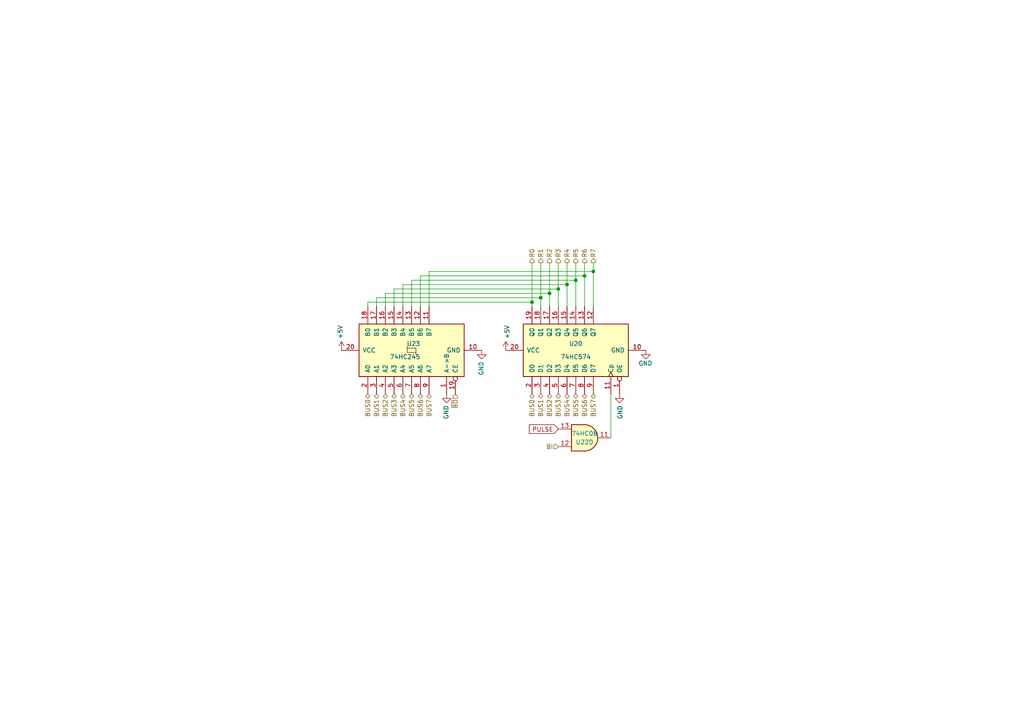
<source format=kicad_sch>
(kicad_sch (version 20211123) (generator eeschema)
  (paper "A4")
  (title_block (title "B Register") (date "2022-07-16") (rev "1.6") (comment 2 "creativecommons.org/licenses/by-nc-sa/3.0/deed.en") (comment 3 "License: CC BY-NC-SA 3.0") (comment 4 "Author: Carsten Herting (slu4)"))
  (lib_symbols
    (symbol "74xx:74HC245" (pin_names (offset 1.016))
      (property "Reference" "U" (at -7.62 16.51 0))
      (property "Value" "74HC245" (at -7.62 -16.51 0))
      (symbol "74HC245_1_0"
        (polyline (pts (xy -0.635 -1.27) (xy -0.635 1.27) (xy 0.635 1.27)))
        (polyline (pts (xy -1.27 -1.27) (xy 0.635 -1.27) (xy 0.635 1.27) (xy 1.27 1.27)))
        (pin input line (at -12.7 -10.16 0) (length 5.08) (name "A->B") (number "1"))
        (pin power_in line (at 0 -20.32 90) (length 5.08) (name "GND") (number "10"))
        (pin tri_state line (at 12.7 -5.08 180) (length 5.08) (name "B7") (number "11"))
        (pin tri_state line (at 12.7 -2.54 180) (length 5.08) (name "B6") (number "12"))
        (pin tri_state line (at 12.7 0 180) (length 5.08) (name "B5") (number "13"))
        (pin tri_state line (at 12.7 2.54 180) (length 5.08) (name "B4") (number "14"))
        (pin tri_state line (at 12.7 5.08 180) (length 5.08) (name "B3") (number "15"))
        (pin tri_state line (at 12.7 7.62 180) (length 5.08) (name "B2") (number "16"))
        (pin tri_state line (at 12.7 10.16 180) (length 5.08) (name "B1") (number "17"))
        (pin tri_state line (at 12.7 12.7 180) (length 5.08) (name "B0") (number "18"))
        (pin input inverted (at -12.7 -12.7 0) (length 5.08) (name "CE") (number "19"))
        (pin tri_state line (at -12.7 12.7 0) (length 5.08) (name "A0") (number "2"))
        (pin power_in line (at 0 20.32 270) (length 5.08) (name "VCC") (number "20"))
        (pin tri_state line (at -12.7 10.16 0) (length 5.08) (name "A1") (number "3"))
        (pin tri_state line (at -12.7 7.62 0) (length 5.08) (name "A2") (number "4"))
        (pin tri_state line (at -12.7 5.08 0) (length 5.08) (name "A3") (number "5"))
        (pin tri_state line (at -12.7 2.54 0) (length 5.08) (name "A4") (number "6"))
        (pin tri_state line (at -12.7 0 0) (length 5.08) (name "A5") (number "7"))
        (pin tri_state line (at -12.7 -2.54 0) (length 5.08) (name "A6") (number "8"))
        (pin tri_state line (at -12.7 -5.08 0) (length 5.08) (name "A7") (number "9"))
      )
      (symbol "74HC245_1_1"
        (rectangle (start -7.62 15.24) (end 7.62 -15.24) (stroke (width 0.254)) (fill (type background)))
      )
    )
    (symbol "8-Bit CPU 32k:74HC08" (pin_names (offset 1.016))
      (property "Reference" "U" (at 0 1.27 0))
      (property "Value" "74HC08" (at 0 -1.27 0))
      (symbol "74HC08_1_1"
        (arc (start 0 -3.81) (mid 3.81 0) (end 0 3.81) (stroke (width 0.254)) (fill (type background)))
        (polyline (pts (xy 0 3.81) (xy -3.81 3.81) (xy -3.81 -3.81) (xy 0 -3.81)) (stroke (width 0.254)) (fill (type background)))
        (pin input line (at -7.62 2.54 0) (length 3.81) (name "~") (number "1"))
        (pin input line (at -7.62 -2.54 0) (length 3.81) (name "~") (number "2"))
        (pin output line (at 7.62 0 180) (length 3.81) (name "~") (number "3"))
      )
      (symbol "74HC08_1_2"
        (arc (start -3.81 -3.81) (mid -2.589 0) (end -3.81 3.81) (stroke (width 0.254)))
        (arc (start -0.6096 -3.81) (mid 2.1842 -2.5851) (end 3.81 0) (stroke (width 0.254)) (fill (type background)))
        (polyline (pts (xy -3.81 -3.81) (xy -0.635 -3.81)) (stroke (width 0.254)) (fill (type background)))
        (polyline (pts (xy -3.81 3.81) (xy -0.635 3.81)) (stroke (width 0.254)) (fill (type background)))
        (polyline (pts (xy -0.635 3.81) (xy -3.81 3.81) (xy -3.81 3.81) (xy -3.556 3.4036) (xy -3.0226 2.2606) (xy -2.6924 1.0414) (xy -2.6162 -0.254) (xy -2.7686 -1.4986) (xy -3.175 -2.7178) (xy -3.81 -3.81) (xy -3.81 -3.81) (xy -0.635 -3.81)) (stroke (width -25.4)) (fill (type background)))
        (arc (start 3.81 0) (mid 2.1915 2.5936) (end -0.6096 3.81) (stroke (width 0.254)) (fill (type background)))
        (pin input inverted (at -7.62 2.54 0) (length 4.318) (name "~") (number "1"))
        (pin input inverted (at -7.62 -2.54 0) (length 4.318) (name "~") (number "2"))
        (pin output inverted (at 7.62 0 180) (length 3.81) (name "~") (number "3"))
      )
      (symbol "74HC08_2_1"
        (arc (start 0 -3.81) (mid 3.81 0) (end 0 3.81) (stroke (width 0.254)) (fill (type background)))
        (polyline (pts (xy 0 3.81) (xy -3.81 3.81) (xy -3.81 -3.81) (xy 0 -3.81)) (stroke (width 0.254)) (fill (type background)))
        (pin input line (at -7.62 2.54 0) (length 3.81) (name "~") (number "4"))
        (pin input line (at -7.62 -2.54 0) (length 3.81) (name "~") (number "5"))
        (pin output line (at 7.62 0 180) (length 3.81) (name "~") (number "6"))
      )
      (symbol "74HC08_2_2"
        (arc (start -3.81 -3.81) (mid -2.589 0) (end -3.81 3.81) (stroke (width 0.254)))
        (arc (start -0.6096 -3.81) (mid 2.1842 -2.5851) (end 3.81 0) (stroke (width 0.254)) (fill (type background)))
        (polyline (pts (xy -3.81 -3.81) (xy -0.635 -3.81)) (stroke (width 0.254)) (fill (type background)))
        (polyline (pts (xy -3.81 3.81) (xy -0.635 3.81)) (stroke (width 0.254)) (fill (type background)))
        (polyline (pts (xy -0.635 3.81) (xy -3.81 3.81) (xy -3.81 3.81) (xy -3.556 3.4036) (xy -3.0226 2.2606) (xy -2.6924 1.0414) (xy -2.6162 -0.254) (xy -2.7686 -1.4986) (xy -3.175 -2.7178) (xy -3.81 -3.81) (xy -3.81 -3.81) (xy -0.635 -3.81)) (stroke (width -25.4)) (fill (type background)))
        (arc (start 3.81 0) (mid 2.1915 2.5936) (end -0.6096 3.81) (stroke (width 0.254)) (fill (type background)))
        (pin input inverted (at -7.62 2.54 0) (length 4.318) (name "~") (number "4"))
        (pin input inverted (at -7.62 -2.54 0) (length 4.318) (name "~") (number "5"))
        (pin output inverted (at 7.62 0 180) (length 3.81) (name "~") (number "6"))
      )
      (symbol "74HC08_3_1"
        (arc (start 0 -3.81) (mid 3.81 0) (end 0 3.81) (stroke (width 0.254)) (fill (type background)))
        (polyline (pts (xy 0 3.81) (xy -3.81 3.81) (xy -3.81 -3.81) (xy 0 -3.81)) (stroke (width 0.254)) (fill (type background)))
        (pin input line (at -7.62 -2.54 0) (length 3.81) (name "~") (number "10"))
        (pin output line (at 7.62 0 180) (length 3.81) (name "~") (number "8"))
        (pin input line (at -7.62 2.54 0) (length 3.81) (name "~") (number "9"))
      )
      (symbol "74HC08_3_2"
        (arc (start -3.81 -3.81) (mid -2.589 0) (end -3.81 3.81) (stroke (width 0.254)))
        (arc (start -0.6096 -3.81) (mid 2.1842 -2.5851) (end 3.81 0) (stroke (width 0.254)) (fill (type background)))
        (polyline (pts (xy -3.81 -3.81) (xy -0.635 -3.81)) (stroke (width 0.254)) (fill (type background)))
        (polyline (pts (xy -3.81 3.81) (xy -0.635 3.81)) (stroke (width 0.254)) (fill (type background)))
        (polyline (pts (xy -0.635 3.81) (xy -3.81 3.81) (xy -3.81 3.81) (xy -3.556 3.4036) (xy -3.0226 2.2606) (xy -2.6924 1.0414) (xy -2.6162 -0.254) (xy -2.7686 -1.4986) (xy -3.175 -2.7178) (xy -3.81 -3.81) (xy -3.81 -3.81) (xy -0.635 -3.81)) (stroke (width -25.4)) (fill (type background)))
        (arc (start 3.81 0) (mid 2.1915 2.5936) (end -0.6096 3.81) (stroke (width 0.254)) (fill (type background)))
        (pin input inverted (at -7.62 -2.54 0) (length 4.318) (name "~") (number "10"))
        (pin output inverted (at 7.62 0 180) (length 3.81) (name "~") (number "8"))
        (pin input inverted (at -7.62 2.54 0) (length 4.318) (name "~") (number "9"))
      )
      (symbol "74HC08_4_1"
        (arc (start 0 -3.81) (mid 3.81 0) (end 0 3.81) (stroke (width 0.254)) (fill (type background)))
        (polyline (pts (xy 0 3.81) (xy -3.81 3.81) (xy -3.81 -3.81) (xy 0 -3.81)) (stroke (width 0.254)) (fill (type background)))
        (pin output line (at 7.62 0 180) (length 3.81) (name "~") (number "11"))
        (pin input line (at -7.62 2.54 0) (length 3.81) (name "~") (number "12"))
        (pin input line (at -7.62 -2.54 0) (length 3.81) (name "~") (number "13"))
      )
      (symbol "74HC08_4_2"
        (arc (start -3.81 -3.81) (mid -2.589 0) (end -3.81 3.81) (stroke (width 0.254)))
        (arc (start -0.6096 -3.81) (mid 2.1842 -2.5851) (end 3.81 0) (stroke (width 0.254)) (fill (type background)))
        (polyline (pts (xy -3.81 -3.81) (xy -0.635 -3.81)) (stroke (width 0.254)) (fill (type background)))
        (polyline (pts (xy -3.81 3.81) (xy -0.635 3.81)) (stroke (width 0.254)) (fill (type background)))
        (polyline (pts (xy -0.635 3.81) (xy -3.81 3.81) (xy -3.81 3.81) (xy -3.556 3.4036) (xy -3.0226 2.2606) (xy -2.6924 1.0414) (xy -2.6162 -0.254) (xy -2.7686 -1.4986) (xy -3.175 -2.7178) (xy -3.81 -3.81) (xy -3.81 -3.81) (xy -0.635 -3.81)) (stroke (width -25.4)) (fill (type background)))
        (arc (start 3.81 0) (mid 2.1915 2.5936) (end -0.6096 3.81) (stroke (width 0.254)) (fill (type background)))
        (pin output inverted (at 7.62 0 180) (length 3.81) (name "~") (number "11"))
        (pin input inverted (at -7.62 2.54 0) (length 4.318) (name "~") (number "12"))
        (pin input inverted (at -7.62 -2.54 0) (length 4.318) (name "~") (number "13"))
      )
      (symbol "74HC08_5_0"
        (pin power_in line (at 0 12.7 270) (length 5.08) (name "VCC") (number "14"))
        (pin power_in line (at 0 -12.7 90) (length 5.08) (name "GND") (number "7"))
      )
      (symbol "74HC08_5_1"
        (rectangle (start -5.08 7.62) (end 5.08 -7.62) (stroke (width 0.254)) (fill (type background)))
      )
    )
    (symbol "8-Bit CPU 32k:74HC574" (pin_names (offset 1.016))
      (property "Reference" "U" (at -7.62 16.51 0))
      (property "Value" "74HC574" (at -7.62 -16.51 0))
      (symbol "74HC574_1_0"
        (pin input inverted (at -12.7 -12.7 0) (length 5.08) (name "OE") (number "1"))
        (pin power_in line (at 0 -20.32 90) (length 5.08) (name "GND") (number "10"))
        (pin input clock (at -12.7 -10.16 0) (length 5.08) (name "Cp") (number "11"))
        (pin tri_state line (at 12.7 -5.08 180) (length 5.08) (name "Q7") (number "12"))
        (pin tri_state line (at 12.7 -2.54 180) (length 5.08) (name "Q6") (number "13"))
        (pin tri_state line (at 12.7 0 180) (length 5.08) (name "Q5") (number "14"))
        (pin tri_state line (at 12.7 2.54 180) (length 5.08) (name "Q4") (number "15"))
        (pin tri_state line (at 12.7 5.08 180) (length 5.08) (name "Q3") (number "16"))
        (pin tri_state line (at 12.7 7.62 180) (length 5.08) (name "Q2") (number "17"))
        (pin tri_state line (at 12.7 10.16 180) (length 5.08) (name "Q1") (number "18"))
        (pin tri_state line (at 12.7 12.7 180) (length 5.08) (name "Q0") (number "19"))
        (pin input line (at -12.7 12.7 0) (length 5.08) (name "D0") (number "2"))
        (pin power_in line (at 0 20.32 270) (length 5.08) (name "VCC") (number "20"))
        (pin input line (at -12.7 10.16 0) (length 5.08) (name "D1") (number "3"))
        (pin input line (at -12.7 7.62 0) (length 5.08) (name "D2") (number "4"))
        (pin input line (at -12.7 5.08 0) (length 5.08) (name "D3") (number "5"))
        (pin input line (at -12.7 2.54 0) (length 5.08) (name "D4") (number "6"))
        (pin input line (at -12.7 0 0) (length 5.08) (name "D5") (number "7"))
        (pin input line (at -12.7 -2.54 0) (length 5.08) (name "D6") (number "8"))
        (pin input line (at -12.7 -5.08 0) (length 5.08) (name "D7") (number "9"))
      )
      (symbol "74HC574_1_1"
        (rectangle (start -7.62 15.24) (end 7.62 -15.24) (stroke (width 0.254)) (fill (type background)))
      )
    )
    (symbol "power:+5V" (power) (pin_names (offset 0))
      (property "Value" "+5V" (at 0 3.556 0))
      (symbol "+5V_0_1"
        (polyline (pts (xy -0.762 1.27) (xy 0 2.54)))
        (polyline (pts (xy 0 0) (xy 0 2.54)))
        (polyline (pts (xy 0 2.54) (xy 0.762 1.27)))
      )
      (symbol "+5V_1_1"
        (pin power_in line (at 0 0 90) (length 0) hide (name "+5V") (number "1"))
      )
    )
    (symbol "power:GND" (power) (pin_names (offset 0))
      (property "Value" "GND" (at 0 -3.81 0))
      (symbol "GND_0_1"
        (polyline (pts (xy 0 0) (xy 0 -1.27) (xy 1.27 -1.27) (xy 0 -2.54) (xy -1.27 -1.27) (xy 0 -1.27)))
      )
      (symbol "GND_1_1"
        (pin power_in line (at 0 0 270) (length 0) hide (name "GND") (number "1"))
      )
    )
  )
  (junction (at 154.305 87.63))
  (junction (at 164.465 82.55))
  (junction (at 159.385 85.09))
  (junction (at 161.925 83.82))
  (junction (at 172.085 78.74))
  (junction (at 169.545 80.01))
  (junction (at 167.005 81.28))
  (junction (at 156.845 86.36))
  (wire (pts (xy 169.545 88.9) (xy 169.545 80.01)))
  (wire (pts (xy 169.545 80.01) (xy 121.92 80.01)))
  (wire (pts (xy 164.465 76.2) (xy 164.465 82.55)))
  (wire (pts (xy 164.465 82.55) (xy 164.465 88.9)))
  (wire (pts (xy 119.38 81.28) (xy 167.005 81.28)))
  (wire (pts (xy 116.84 82.55) (xy 164.465 82.55)))
  (wire (pts (xy 172.085 78.74) (xy 172.085 88.9)))
  (wire (pts (xy 154.305 76.2) (xy 154.305 87.63)))
  (wire (pts (xy 169.545 76.2) (xy 169.545 80.01)))
  (wire (pts (xy 111.76 85.09) (xy 111.76 88.9)))
  (wire (pts (xy 172.085 76.2) (xy 172.085 78.74)))
  (wire (pts (xy 114.3 83.82) (xy 114.3 88.9)))
  (wire (pts (xy 154.305 88.9) (xy 154.305 87.63)))
  (wire (pts (xy 121.92 80.01) (xy 121.92 88.9)))
  (wire (pts (xy 156.845 76.2) (xy 156.845 86.36)))
  (wire (pts (xy 177.165 127) (xy 177.165 114.3)))
  (wire (pts (xy 124.46 78.74) (xy 124.46 88.9)))
  (wire (pts (xy 167.005 81.28) (xy 167.005 88.9)))
  (wire (pts (xy 159.385 85.09) (xy 159.385 88.9)))
  (wire (pts (xy 156.845 86.36) (xy 156.845 88.9)))
  (wire (pts (xy 159.385 76.2) (xy 159.385 85.09)))
  (wire (pts (xy 167.005 76.2) (xy 167.005 81.28)))
  (wire (pts (xy 161.925 88.9) (xy 161.925 83.82)))
  (wire (pts (xy 161.925 83.82) (xy 114.3 83.82)))
  (wire (pts (xy 111.76 85.09) (xy 159.385 85.09)))
  (wire (pts (xy 154.305 87.63) (xy 106.68 87.63)))
  (wire (pts (xy 109.22 86.36) (xy 109.22 88.9)))
  (wire (pts (xy 161.925 76.2) (xy 161.925 83.82)))
  (wire (pts (xy 124.46 78.74) (xy 172.085 78.74)))
  (wire (pts (xy 119.38 81.28) (xy 119.38 88.9)))
  (wire (pts (xy 106.68 87.63) (xy 106.68 88.9)))
  (wire (pts (xy 116.84 82.55) (xy 116.84 88.9)))
  (wire (pts (xy 109.22 86.36) (xy 156.845 86.36)))
  (global_label "PULSE" (shape input) (at 161.925 124.46 180) (property "Intersheet References" "${INTERSHEET_REFS}" (effects hide)))
  (hierarchical_label "BUS1" (shape bidirectional) (at 156.845 114.3 270))
  (hierarchical_label "BUS4" (shape bidirectional) (at 164.465 114.3 270))
  (hierarchical_label "BUS7" (shape bidirectional) (at 124.46 114.3 270))
  (hierarchical_label "BUS2" (shape bidirectional) (at 159.385 114.3 270))
  (hierarchical_label "BUS2" (shape bidirectional) (at 111.76 114.3 270))
  (hierarchical_label "R3" (shape output) (at 161.925 76.2 90))
  (hierarchical_label "R1" (shape output) (at 156.845 76.2 90))
  (hierarchical_label "BI" (shape input) (at 161.925 129.54 180))
  (hierarchical_label "R2" (shape output) (at 159.385 76.2 90))
  (hierarchical_label "R6" (shape output) (at 169.545 76.2 90))
  (hierarchical_label "BUS5" (shape bidirectional) (at 119.38 114.3 270))
  (hierarchical_label "BUS3" (shape bidirectional) (at 114.3 114.3 270))
  (hierarchical_label "BUS0" (shape bidirectional) (at 154.305 114.3 270))
  (hierarchical_label "R7" (shape output) (at 172.085 76.2 90))
  (hierarchical_label "BUS3" (shape bidirectional) (at 161.925 114.3 270))
  (hierarchical_label "BUS6" (shape bidirectional) (at 121.92 114.3 270))
  (hierarchical_label "BUS0" (shape bidirectional) (at 106.68 114.3 270))
  (hierarchical_label "R0" (shape output) (at 154.305 76.2 90))
  (hierarchical_label "R4" (shape output) (at 164.465 76.2 90))
  (hierarchical_label "~{BO}" (shape input) (at 132.08 114.3 270))
  (hierarchical_label "BUS6" (shape bidirectional) (at 169.545 114.3 270))
  (hierarchical_label "BUS5" (shape bidirectional) (at 167.005 114.3 270))
  (hierarchical_label "BUS4" (shape bidirectional) (at 116.84 114.3 270))
  (hierarchical_label "BUS7" (shape bidirectional) (at 172.085 114.3 270))
  (hierarchical_label "R5" (shape output) (at 167.005 76.2 90))
  (hierarchical_label "BUS1" (shape bidirectional) (at 109.22 114.3 270))
  (symbol (lib_id "74xx:74HC245") (at 119.38 101.6 90) (unit 1)
    (property "Reference" "U23" (at 121.92 99.695 90) (effects (justify left)))
    (property "Value" "74HC245" (at 121.92 103.505 90) (effects (justify left)))
    (property "Footprint" "Package_DIP:DIP-20_W7.62mm" (effects hide))
    (property "Datasheet" "http://www.ti.com/lit/gpn/sn74HC245" (effects hide))
  )
  (symbol (lib_id "power:GND") (at 139.7 101.6 0) (mirror y) (unit 1)
    (property "Reference" "#PWR0116" (effects hide))
    (property "Value" "GND" (at 139.573 104.8512 90) (effects (justify right)))
  )
  (symbol (lib_id "power:+5V") (at 99.06 101.6 0) (mirror y) (unit 1)
    (property "Reference" "#PWR0120" (effects hide))
    (property "Value" "+5V" (at 98.679 98.3488 90) (effects (justify left)))
  )
  (symbol (lib_id "power:GND") (at 187.325 101.6 0) (unit 1)
    (property "Reference" "#PWR026" (effects hide))
    (property "Value" "GND" (at 189.23 105.41 0) (effects (justify right)))
  )
  (symbol (lib_id "power:GND") (at 129.54 114.3 0) (mirror y) (unit 1)
    (property "Reference" "#PWR0118" (effects hide))
    (property "Value" "GND" (at 129.413 117.5512 90) (effects (justify right)))
  )
  (symbol (lib_id "8-Bit CPU 32k:74HC574") (at 167.005 101.6 90) (unit 1)
    (property "Reference" "U20" (at 167.005 99.695 90))
    (property "Value" "74HC574" (at 167.005 103.505 90))
    (property "Footprint" "Package_DIP:DIP-20_W7.62mm" (effects hide))
    (property "Datasheet" "http://www.ti.com/lit/gpn/sn74LS574" (effects hide))
  )
  (symbol (lib_id "power:+5V") (at 146.685 101.6 0) (unit 1)
    (property "Reference" "#PWR073" (effects hide))
    (property "Value" "+5V" (at 147.066 98.3488 90) (effects (justify left)))
  )
  (symbol (lib_id "power:GND") (at 179.705 114.3 0) (unit 1)
    (property "Reference" "#PWR063" (effects hide))
    (property "Value" "GND" (at 179.832 117.5512 90) (effects (justify right)))
  )
  (symbol (lib_id "8-Bit CPU 32k:74HC08") (at 169.545 127 0) (mirror x) (unit 4)
    (property "Reference" "U22" (at 169.545 128.27 0))
    (property "Value" "74HC08" (at 169.545 125.73 0))
    (property "Footprint" "Package_DIP:DIP-14_W7.62mm" (effects hide))
    (property "Datasheet" "http://www.ti.com/lit/gpn/sn74LS08" (effects hide))
  )
)
</source>
